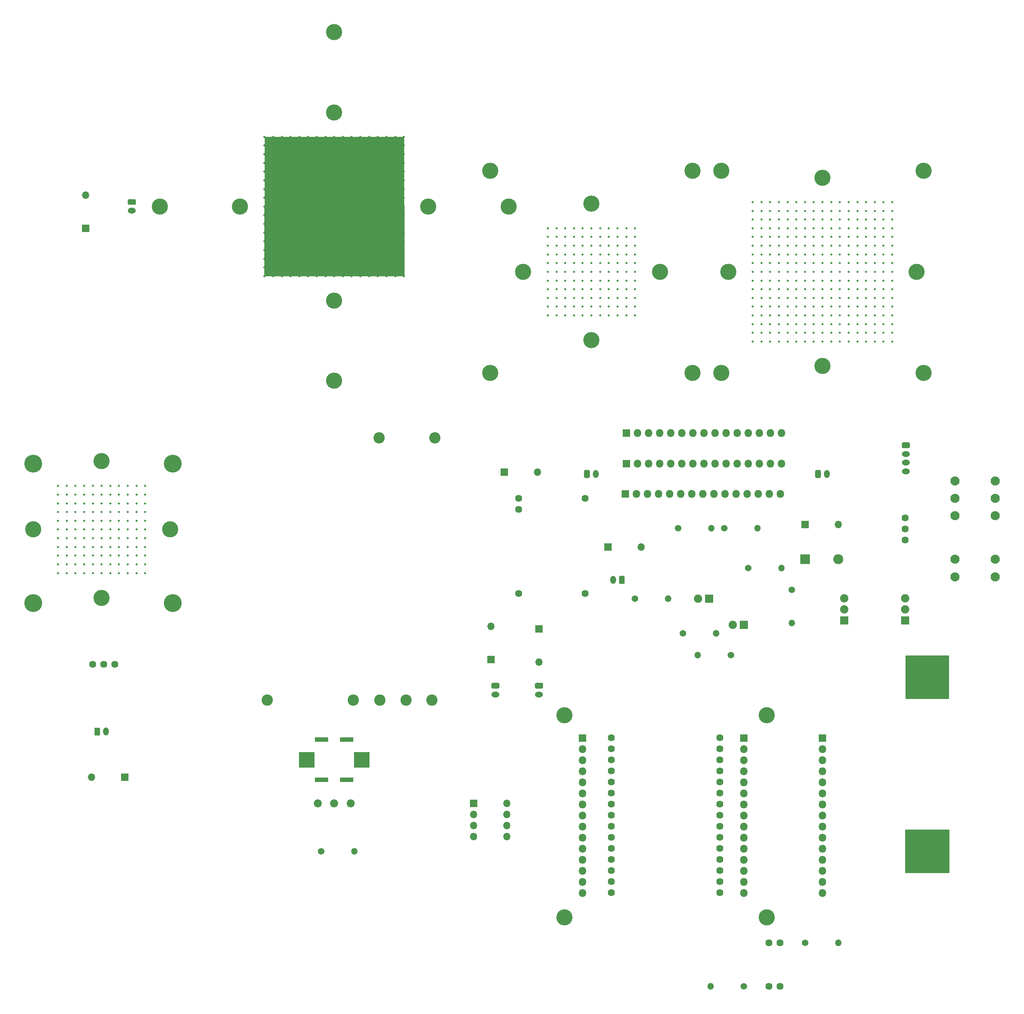
<source format=gbr>
%TF.GenerationSoftware,KiCad,Pcbnew,5.1.6-c6e7f7d~87~ubuntu19.10.1*%
%TF.CreationDate,2020-10-16T11:06:17+02:00*%
%TF.ProjectId,ariadne,61726961-646e-4652-9e6b-696361645f70,rev?*%
%TF.SameCoordinates,Original*%
%TF.FileFunction,Soldermask,Top*%
%TF.FilePolarity,Negative*%
%FSLAX46Y46*%
G04 Gerber Fmt 4.6, Leading zero omitted, Abs format (unit mm)*
G04 Created by KiCad (PCBNEW 5.1.6-c6e7f7d~87~ubuntu19.10.1) date 2020-10-16 11:06:17*
%MOMM*%
%LPD*%
G01*
G04 APERTURE LIST*
%ADD10C,3.700000*%
%ADD11O,1.300000X1.850000*%
%ADD12C,0.500000*%
%ADD13O,1.850000X1.300000*%
%ADD14C,4.100000*%
%ADD15C,1.624000*%
%ADD16R,1.900000X1.900000*%
%ADD17C,1.900000*%
%ADD18R,2.300000X2.300000*%
%ADD19O,2.300000X2.300000*%
%ADD20C,1.500000*%
%ADD21O,1.500000X1.500000*%
%ADD22R,1.700000X1.700000*%
%ADD23O,1.700000X1.700000*%
%ADD24C,2.100000*%
%ADD25C,2.600000*%
%ADD26R,1.800000X1.800000*%
%ADD27O,1.800000X1.800000*%
%ADD28C,1.850000*%
%ADD29R,3.600000X3.600000*%
%ADD30R,3.100000X1.100000*%
%ADD31C,0.254000*%
G04 APERTURE END LIST*
D10*
%TO.C,U23*%
X208193102Y-230193102D03*
X208200173Y-183813969D03*
X161806898Y-183806898D03*
X161813969Y-230200173D03*
%TD*%
%TO.C,U6*%
G36*
G01*
X219330000Y-129054168D02*
X219330000Y-127745832D01*
G75*
G02*
X219600832Y-127475000I270832J0D01*
G01*
X220359168Y-127475000D01*
G75*
G02*
X220630000Y-127745832I0J-270832D01*
G01*
X220630000Y-129054168D01*
G75*
G02*
X220359168Y-129325000I-270832J0D01*
G01*
X219600832Y-129325000D01*
G75*
G02*
X219330000Y-129054168I0J270832D01*
G01*
G37*
D11*
X221980000Y-128400000D03*
D10*
X221000000Y-103600000D03*
X221000000Y-60400000D03*
X242600000Y-82000000D03*
X199400000Y-82000000D03*
D12*
X237000000Y-68000000D03*
X237000000Y-96000000D03*
X237000000Y-92000000D03*
X237000000Y-70000000D03*
X237000000Y-80000000D03*
X237000000Y-78000000D03*
X237000000Y-90000000D03*
X237000000Y-98000000D03*
X237000000Y-66000000D03*
X237000000Y-86000000D03*
X237000000Y-82000000D03*
X237000000Y-76000000D03*
X237000000Y-84000000D03*
X237000000Y-74000000D03*
X237000000Y-72000000D03*
X237000000Y-88000000D03*
X237000000Y-94000000D03*
X227000000Y-80000000D03*
X233000000Y-76000000D03*
X231000000Y-84000000D03*
X229000000Y-88000000D03*
X225000000Y-68000000D03*
X223000000Y-98000000D03*
X221000000Y-74000000D03*
X227000000Y-74000000D03*
X227000000Y-88000000D03*
X235000000Y-76000000D03*
X231000000Y-74000000D03*
X229000000Y-96000000D03*
X221000000Y-66000000D03*
X233000000Y-74000000D03*
X231000000Y-76000000D03*
X223000000Y-88000000D03*
X227000000Y-76000000D03*
X231000000Y-90000000D03*
X233000000Y-84000000D03*
X235000000Y-96000000D03*
X235000000Y-92000000D03*
X221000000Y-76000000D03*
X231000000Y-88000000D03*
X233000000Y-82000000D03*
X235000000Y-88000000D03*
X229000000Y-76000000D03*
X223000000Y-96000000D03*
X229000000Y-90000000D03*
X233000000Y-72000000D03*
X225000000Y-72000000D03*
X233000000Y-70000000D03*
X229000000Y-94000000D03*
X227000000Y-68000000D03*
X221000000Y-90000000D03*
X233000000Y-94000000D03*
X235000000Y-66000000D03*
X229000000Y-82000000D03*
X231000000Y-98000000D03*
X233000000Y-98000000D03*
X221000000Y-82000000D03*
X221000000Y-80000000D03*
X221000000Y-98000000D03*
X227000000Y-72000000D03*
X227000000Y-70000000D03*
X225000000Y-98000000D03*
X225000000Y-96000000D03*
X223000000Y-76000000D03*
X235000000Y-74000000D03*
X223000000Y-78000000D03*
X235000000Y-82000000D03*
X233000000Y-92000000D03*
X231000000Y-70000000D03*
X223000000Y-68000000D03*
X227000000Y-66000000D03*
X231000000Y-82000000D03*
X227000000Y-84000000D03*
X229000000Y-68000000D03*
X233000000Y-96000000D03*
X221000000Y-94000000D03*
X235000000Y-70000000D03*
X231000000Y-68000000D03*
X235000000Y-86000000D03*
X223000000Y-74000000D03*
X221000000Y-92000000D03*
X223000000Y-90000000D03*
X229000000Y-98000000D03*
X227000000Y-98000000D03*
X225000000Y-80000000D03*
X231000000Y-96000000D03*
X221000000Y-96000000D03*
X231000000Y-78000000D03*
X225000000Y-70000000D03*
X233000000Y-90000000D03*
X221000000Y-72000000D03*
X223000000Y-94000000D03*
X233000000Y-80000000D03*
X235000000Y-72000000D03*
X221000000Y-86000000D03*
X223000000Y-92000000D03*
X227000000Y-96000000D03*
X225000000Y-94000000D03*
X223000000Y-66000000D03*
X235000000Y-98000000D03*
X221000000Y-78000000D03*
X223000000Y-72000000D03*
X231000000Y-94000000D03*
X229000000Y-78000000D03*
X227000000Y-90000000D03*
X225000000Y-76000000D03*
X223000000Y-82000000D03*
X225000000Y-92000000D03*
X227000000Y-92000000D03*
X231000000Y-72000000D03*
X223000000Y-86000000D03*
X231000000Y-92000000D03*
X227000000Y-82000000D03*
X231000000Y-66000000D03*
X225000000Y-74000000D03*
X223000000Y-70000000D03*
X225000000Y-86000000D03*
X225000000Y-78000000D03*
X225000000Y-90000000D03*
X225000000Y-88000000D03*
X235000000Y-84000000D03*
X235000000Y-78000000D03*
X233000000Y-68000000D03*
X229000000Y-66000000D03*
X225000000Y-84000000D03*
X229000000Y-86000000D03*
X229000000Y-80000000D03*
X235000000Y-68000000D03*
X233000000Y-86000000D03*
X235000000Y-80000000D03*
X231000000Y-86000000D03*
X229000000Y-92000000D03*
X231000000Y-80000000D03*
X227000000Y-94000000D03*
X223000000Y-80000000D03*
X229000000Y-74000000D03*
X227000000Y-78000000D03*
X225000000Y-82000000D03*
X233000000Y-78000000D03*
X235000000Y-94000000D03*
X225000000Y-66000000D03*
X221000000Y-70000000D03*
X227000000Y-86000000D03*
X235000000Y-90000000D03*
X221000000Y-68000000D03*
X229000000Y-70000000D03*
X233000000Y-88000000D03*
X223000000Y-84000000D03*
X221000000Y-88000000D03*
X229000000Y-84000000D03*
X233000000Y-66000000D03*
X229000000Y-72000000D03*
X221000000Y-84000000D03*
X219000000Y-80000000D03*
X217000000Y-68000000D03*
X215000000Y-98000000D03*
X213000000Y-74000000D03*
X219000000Y-74000000D03*
X219000000Y-88000000D03*
X213000000Y-66000000D03*
X215000000Y-88000000D03*
X219000000Y-76000000D03*
X213000000Y-76000000D03*
X215000000Y-96000000D03*
X217000000Y-72000000D03*
X219000000Y-68000000D03*
X213000000Y-90000000D03*
X213000000Y-82000000D03*
X213000000Y-80000000D03*
X213000000Y-98000000D03*
X219000000Y-72000000D03*
X219000000Y-70000000D03*
X217000000Y-98000000D03*
X217000000Y-96000000D03*
X215000000Y-76000000D03*
X215000000Y-78000000D03*
X215000000Y-68000000D03*
X219000000Y-66000000D03*
X219000000Y-84000000D03*
X213000000Y-94000000D03*
X215000000Y-74000000D03*
X213000000Y-92000000D03*
X215000000Y-90000000D03*
X219000000Y-98000000D03*
X217000000Y-80000000D03*
X213000000Y-96000000D03*
X217000000Y-70000000D03*
X213000000Y-72000000D03*
X215000000Y-94000000D03*
X213000000Y-86000000D03*
X215000000Y-92000000D03*
X219000000Y-96000000D03*
X217000000Y-94000000D03*
X215000000Y-66000000D03*
X213000000Y-78000000D03*
X215000000Y-72000000D03*
X219000000Y-90000000D03*
X217000000Y-76000000D03*
X215000000Y-82000000D03*
X217000000Y-92000000D03*
X219000000Y-92000000D03*
X215000000Y-86000000D03*
X219000000Y-82000000D03*
X217000000Y-74000000D03*
X215000000Y-70000000D03*
X217000000Y-86000000D03*
X217000000Y-78000000D03*
X217000000Y-90000000D03*
X217000000Y-88000000D03*
X217000000Y-84000000D03*
X219000000Y-94000000D03*
X215000000Y-80000000D03*
X219000000Y-78000000D03*
X217000000Y-82000000D03*
X217000000Y-66000000D03*
X213000000Y-70000000D03*
X219000000Y-86000000D03*
X213000000Y-68000000D03*
X215000000Y-84000000D03*
X213000000Y-88000000D03*
X213000000Y-84000000D03*
X211000000Y-98000000D03*
X209000000Y-74000000D03*
X209000000Y-66000000D03*
X211000000Y-88000000D03*
X209000000Y-76000000D03*
X211000000Y-96000000D03*
X209000000Y-90000000D03*
X209000000Y-82000000D03*
X209000000Y-80000000D03*
X209000000Y-98000000D03*
X211000000Y-76000000D03*
X211000000Y-78000000D03*
X211000000Y-68000000D03*
X209000000Y-94000000D03*
X211000000Y-74000000D03*
X209000000Y-92000000D03*
X211000000Y-90000000D03*
X209000000Y-96000000D03*
X209000000Y-72000000D03*
X211000000Y-94000000D03*
X209000000Y-86000000D03*
X211000000Y-92000000D03*
X211000000Y-66000000D03*
X209000000Y-78000000D03*
X211000000Y-72000000D03*
X211000000Y-82000000D03*
X211000000Y-86000000D03*
X211000000Y-70000000D03*
X211000000Y-80000000D03*
X209000000Y-70000000D03*
X209000000Y-68000000D03*
X211000000Y-84000000D03*
X209000000Y-88000000D03*
X209000000Y-84000000D03*
X207000000Y-74000000D03*
X207000000Y-76000000D03*
X207000000Y-90000000D03*
X207000000Y-82000000D03*
X207000000Y-80000000D03*
X207000000Y-98000000D03*
X207000000Y-94000000D03*
X207000000Y-92000000D03*
X207000000Y-96000000D03*
X207000000Y-72000000D03*
X207000000Y-86000000D03*
X207000000Y-78000000D03*
X207000000Y-70000000D03*
X207000000Y-68000000D03*
X207000000Y-88000000D03*
X207000000Y-84000000D03*
X207000000Y-66000000D03*
X205000000Y-66000000D03*
X205000000Y-74000000D03*
X205000000Y-82000000D03*
X205000000Y-76000000D03*
X205000000Y-72000000D03*
X205000000Y-68000000D03*
X205000000Y-78000000D03*
X205000000Y-80000000D03*
X205000000Y-70000000D03*
X205000000Y-90000000D03*
X205000000Y-84000000D03*
X205000000Y-86000000D03*
X205000000Y-88000000D03*
X205000000Y-94000000D03*
X205000000Y-92000000D03*
X205000000Y-96000000D03*
X205000000Y-98000000D03*
%TD*%
%TO.C,U12*%
G36*
G01*
X166330000Y-129054168D02*
X166330000Y-127745832D01*
G75*
G02*
X166600832Y-127475000I270832J0D01*
G01*
X167359168Y-127475000D01*
G75*
G02*
X167630000Y-127745832I0J-270832D01*
G01*
X167630000Y-129054168D01*
G75*
G02*
X167359168Y-129325000I-270832J0D01*
G01*
X166600832Y-129325000D01*
G75*
G02*
X166330000Y-129054168I0J270832D01*
G01*
G37*
D11*
X168980000Y-128400000D03*
D10*
X168000000Y-97700000D03*
X168000000Y-66300000D03*
X183700000Y-82000000D03*
X152300000Y-82000000D03*
D12*
X174000000Y-80000000D03*
X178000000Y-84000000D03*
X176000000Y-88000000D03*
X168000000Y-74000000D03*
X174000000Y-74000000D03*
X174000000Y-88000000D03*
X178000000Y-74000000D03*
X178000000Y-76000000D03*
X170000000Y-88000000D03*
X174000000Y-76000000D03*
X178000000Y-90000000D03*
X168000000Y-76000000D03*
X178000000Y-88000000D03*
X176000000Y-76000000D03*
X176000000Y-90000000D03*
X172000000Y-72000000D03*
X168000000Y-90000000D03*
X176000000Y-82000000D03*
X168000000Y-82000000D03*
X168000000Y-80000000D03*
X174000000Y-72000000D03*
X170000000Y-76000000D03*
X170000000Y-78000000D03*
X178000000Y-82000000D03*
X174000000Y-84000000D03*
X170000000Y-74000000D03*
X168000000Y-92000000D03*
X170000000Y-90000000D03*
X172000000Y-80000000D03*
X178000000Y-78000000D03*
X168000000Y-72000000D03*
X168000000Y-86000000D03*
X170000000Y-92000000D03*
X168000000Y-78000000D03*
X170000000Y-72000000D03*
X176000000Y-78000000D03*
X174000000Y-90000000D03*
X172000000Y-76000000D03*
X170000000Y-82000000D03*
X172000000Y-92000000D03*
X174000000Y-92000000D03*
X178000000Y-72000000D03*
X170000000Y-86000000D03*
X178000000Y-92000000D03*
X174000000Y-82000000D03*
X172000000Y-74000000D03*
X172000000Y-86000000D03*
X172000000Y-78000000D03*
X172000000Y-90000000D03*
X172000000Y-88000000D03*
X172000000Y-84000000D03*
X176000000Y-86000000D03*
X176000000Y-80000000D03*
X178000000Y-86000000D03*
X176000000Y-92000000D03*
X178000000Y-80000000D03*
X170000000Y-80000000D03*
X176000000Y-74000000D03*
X174000000Y-78000000D03*
X172000000Y-82000000D03*
X174000000Y-86000000D03*
X170000000Y-84000000D03*
X168000000Y-88000000D03*
X176000000Y-84000000D03*
X176000000Y-72000000D03*
X168000000Y-84000000D03*
X166000000Y-80000000D03*
X160000000Y-74000000D03*
X166000000Y-74000000D03*
X166000000Y-88000000D03*
X162000000Y-88000000D03*
X166000000Y-76000000D03*
X160000000Y-76000000D03*
X164000000Y-72000000D03*
X160000000Y-90000000D03*
X160000000Y-82000000D03*
X160000000Y-80000000D03*
X166000000Y-72000000D03*
X162000000Y-76000000D03*
X162000000Y-78000000D03*
X166000000Y-84000000D03*
X162000000Y-74000000D03*
X160000000Y-92000000D03*
X162000000Y-90000000D03*
X164000000Y-80000000D03*
X160000000Y-72000000D03*
X160000000Y-86000000D03*
X162000000Y-92000000D03*
X160000000Y-78000000D03*
X162000000Y-72000000D03*
X166000000Y-90000000D03*
X164000000Y-76000000D03*
X162000000Y-82000000D03*
X164000000Y-92000000D03*
X166000000Y-92000000D03*
X162000000Y-86000000D03*
X166000000Y-82000000D03*
X164000000Y-74000000D03*
X164000000Y-86000000D03*
X164000000Y-78000000D03*
X164000000Y-90000000D03*
X164000000Y-88000000D03*
X164000000Y-84000000D03*
X162000000Y-80000000D03*
X166000000Y-78000000D03*
X164000000Y-82000000D03*
X166000000Y-86000000D03*
X162000000Y-84000000D03*
X160000000Y-88000000D03*
X160000000Y-84000000D03*
X158000000Y-88000000D03*
X158000000Y-76000000D03*
X158000000Y-78000000D03*
X158000000Y-74000000D03*
X158000000Y-90000000D03*
X158000000Y-92000000D03*
X158000000Y-72000000D03*
X158000000Y-82000000D03*
X158000000Y-86000000D03*
X158000000Y-80000000D03*
X158000000Y-84000000D03*
%TD*%
%TO.C,U15*%
G36*
G01*
X53990001Y-188194167D02*
X53990001Y-186885831D01*
G75*
G02*
X54260833Y-186614999I270832J0D01*
G01*
X55019169Y-186614999D01*
G75*
G02*
X55290001Y-186885831I0J-270832D01*
G01*
X55290001Y-188194167D01*
G75*
G02*
X55019169Y-188464999I-270832J0D01*
G01*
X54260833Y-188464999D01*
G75*
G02*
X53990001Y-188194167I0J270832D01*
G01*
G37*
D11*
X56640001Y-187539999D03*
D10*
X55660001Y-156839999D03*
X55660001Y-125439999D03*
X71360001Y-141139999D03*
X39960001Y-141139999D03*
D12*
X61660001Y-139139999D03*
X65660001Y-143139999D03*
X63660001Y-147139999D03*
X55660001Y-133139999D03*
X61660001Y-133139999D03*
X61660001Y-147139999D03*
X65660001Y-133139999D03*
X65660001Y-135139999D03*
X57660001Y-147139999D03*
X61660001Y-135139999D03*
X65660001Y-149139999D03*
X55660001Y-135139999D03*
X65660001Y-147139999D03*
X63660001Y-135139999D03*
X63660001Y-149139999D03*
X59660001Y-131139999D03*
X55660001Y-149139999D03*
X63660001Y-141139999D03*
X55660001Y-141139999D03*
X55660001Y-139139999D03*
X61660001Y-131139999D03*
X57660001Y-135139999D03*
X57660001Y-137139999D03*
X65660001Y-141139999D03*
X61660001Y-143139999D03*
X57660001Y-133139999D03*
X55660001Y-151139999D03*
X57660001Y-149139999D03*
X59660001Y-139139999D03*
X65660001Y-137139999D03*
X55660001Y-131139999D03*
X55660001Y-145139999D03*
X57660001Y-151139999D03*
X55660001Y-137139999D03*
X57660001Y-131139999D03*
X63660001Y-137139999D03*
X61660001Y-149139999D03*
X59660001Y-135139999D03*
X57660001Y-141139999D03*
X59660001Y-151139999D03*
X61660001Y-151139999D03*
X65660001Y-131139999D03*
X57660001Y-145139999D03*
X65660001Y-151139999D03*
X61660001Y-141139999D03*
X59660001Y-133139999D03*
X59660001Y-145139999D03*
X59660001Y-137139999D03*
X59660001Y-149139999D03*
X59660001Y-147139999D03*
X59660001Y-143139999D03*
X63660001Y-145139999D03*
X63660001Y-139139999D03*
X65660001Y-145139999D03*
X63660001Y-151139999D03*
X65660001Y-139139999D03*
X57660001Y-139139999D03*
X63660001Y-133139999D03*
X61660001Y-137139999D03*
X59660001Y-141139999D03*
X61660001Y-145139999D03*
X57660001Y-143139999D03*
X55660001Y-147139999D03*
X63660001Y-143139999D03*
X63660001Y-131139999D03*
X55660001Y-143139999D03*
X53660001Y-139139999D03*
X47660001Y-133139999D03*
X53660001Y-133139999D03*
X53660001Y-147139999D03*
X49660001Y-147139999D03*
X53660001Y-135139999D03*
X47660001Y-135139999D03*
X51660001Y-131139999D03*
X47660001Y-149139999D03*
X47660001Y-141139999D03*
X47660001Y-139139999D03*
X53660001Y-131139999D03*
X49660001Y-135139999D03*
X49660001Y-137139999D03*
X53660001Y-143139999D03*
X49660001Y-133139999D03*
X47660001Y-151139999D03*
X49660001Y-149139999D03*
X51660001Y-139139999D03*
X47660001Y-131139999D03*
X47660001Y-145139999D03*
X49660001Y-151139999D03*
X47660001Y-137139999D03*
X49660001Y-131139999D03*
X53660001Y-149139999D03*
X51660001Y-135139999D03*
X49660001Y-141139999D03*
X51660001Y-151139999D03*
X53660001Y-151139999D03*
X49660001Y-145139999D03*
X53660001Y-141139999D03*
X51660001Y-133139999D03*
X51660001Y-145139999D03*
X51660001Y-137139999D03*
X51660001Y-149139999D03*
X51660001Y-147139999D03*
X51660001Y-143139999D03*
X49660001Y-139139999D03*
X53660001Y-137139999D03*
X51660001Y-141139999D03*
X53660001Y-145139999D03*
X49660001Y-143139999D03*
X47660001Y-147139999D03*
X47660001Y-143139999D03*
X45660001Y-147139999D03*
X45660001Y-135139999D03*
X45660001Y-137139999D03*
X45660001Y-133139999D03*
X45660001Y-149139999D03*
X45660001Y-151139999D03*
X45660001Y-131139999D03*
X45660001Y-141139999D03*
X45660001Y-145139999D03*
X45660001Y-139139999D03*
X45660001Y-143139999D03*
%TD*%
%TO.C,U13*%
G36*
G01*
X61945832Y-65330000D02*
X63254168Y-65330000D01*
G75*
G02*
X63525000Y-65600832I0J-270832D01*
G01*
X63525000Y-66359168D01*
G75*
G02*
X63254168Y-66630000I-270832J0D01*
G01*
X61945832Y-66630000D01*
G75*
G02*
X61675000Y-66359168I0J270832D01*
G01*
X61675000Y-65600832D01*
G75*
G02*
X61945832Y-65330000I270832J0D01*
G01*
G37*
D13*
X62600000Y-67980000D03*
D10*
X87400000Y-67000000D03*
X130600000Y-67000000D03*
X109000000Y-88600000D03*
X109000000Y-45400000D03*
D12*
X123000000Y-83000000D03*
X95000000Y-83000000D03*
X99000000Y-83000000D03*
X121000000Y-83000000D03*
X111000000Y-83000000D03*
X113000000Y-83000000D03*
X101000000Y-83000000D03*
X93000000Y-83000000D03*
X125000000Y-83000000D03*
X105000000Y-83000000D03*
X109000000Y-83000000D03*
X115000000Y-83000000D03*
X107000000Y-83000000D03*
X117000000Y-83000000D03*
X119000000Y-83000000D03*
X103000000Y-83000000D03*
X97000000Y-83000000D03*
X111000000Y-73000000D03*
X115000000Y-79000000D03*
X107000000Y-77000000D03*
X103000000Y-75000000D03*
X123000000Y-71000000D03*
X93000000Y-69000000D03*
X117000000Y-67000000D03*
X117000000Y-73000000D03*
X103000000Y-73000000D03*
X115000000Y-81000000D03*
X117000000Y-77000000D03*
X95000000Y-75000000D03*
X125000000Y-67000000D03*
X117000000Y-79000000D03*
X115000000Y-77000000D03*
X103000000Y-69000000D03*
X115000000Y-73000000D03*
X101000000Y-77000000D03*
X107000000Y-79000000D03*
X95000000Y-81000000D03*
X99000000Y-81000000D03*
X115000000Y-67000000D03*
X103000000Y-77000000D03*
X109000000Y-79000000D03*
X103000000Y-81000000D03*
X115000000Y-75000000D03*
X95000000Y-69000000D03*
X101000000Y-75000000D03*
X119000000Y-79000000D03*
X119000000Y-71000000D03*
X121000000Y-79000000D03*
X97000000Y-75000000D03*
X123000000Y-73000000D03*
X101000000Y-67000000D03*
X97000000Y-79000000D03*
X125000000Y-81000000D03*
X109000000Y-75000000D03*
X93000000Y-77000000D03*
X93000000Y-79000000D03*
X109000000Y-67000000D03*
X111000000Y-67000000D03*
X93000000Y-67000000D03*
X119000000Y-73000000D03*
X121000000Y-73000000D03*
X93000000Y-71000000D03*
X95000000Y-71000000D03*
X115000000Y-69000000D03*
X117000000Y-81000000D03*
X113000000Y-69000000D03*
X109000000Y-81000000D03*
X99000000Y-79000000D03*
X121000000Y-77000000D03*
X123000000Y-69000000D03*
X125000000Y-73000000D03*
X109000000Y-77000000D03*
X107000000Y-73000000D03*
X123000000Y-75000000D03*
X95000000Y-79000000D03*
X97000000Y-67000000D03*
X121000000Y-81000000D03*
X123000000Y-77000000D03*
X105000000Y-81000000D03*
X117000000Y-69000000D03*
X99000000Y-67000000D03*
X101000000Y-69000000D03*
X93000000Y-75000000D03*
X93000000Y-73000000D03*
X111000000Y-71000000D03*
X95000000Y-77000000D03*
X95000000Y-67000000D03*
X113000000Y-77000000D03*
X121000000Y-71000000D03*
X101000000Y-79000000D03*
X119000000Y-67000000D03*
X97000000Y-69000000D03*
X111000000Y-79000000D03*
X119000000Y-81000000D03*
X105000000Y-67000000D03*
X99000000Y-69000000D03*
X95000000Y-73000000D03*
X97000000Y-71000000D03*
X125000000Y-69000000D03*
X93000000Y-81000000D03*
X113000000Y-67000000D03*
X119000000Y-69000000D03*
X97000000Y-77000000D03*
X113000000Y-75000000D03*
X101000000Y-73000000D03*
X115000000Y-71000000D03*
X109000000Y-69000000D03*
X99000000Y-71000000D03*
X99000000Y-73000000D03*
X119000000Y-77000000D03*
X105000000Y-69000000D03*
X99000000Y-77000000D03*
X109000000Y-73000000D03*
X125000000Y-77000000D03*
X117000000Y-71000000D03*
X121000000Y-69000000D03*
X105000000Y-71000000D03*
X113000000Y-71000000D03*
X101000000Y-71000000D03*
X103000000Y-71000000D03*
X107000000Y-81000000D03*
X113000000Y-81000000D03*
X123000000Y-79000000D03*
X125000000Y-75000000D03*
X107000000Y-71000000D03*
X105000000Y-75000000D03*
X111000000Y-75000000D03*
X123000000Y-81000000D03*
X105000000Y-79000000D03*
X111000000Y-81000000D03*
X105000000Y-77000000D03*
X99000000Y-75000000D03*
X111000000Y-77000000D03*
X97000000Y-73000000D03*
X111000000Y-69000000D03*
X117000000Y-75000000D03*
X113000000Y-73000000D03*
X109000000Y-71000000D03*
X113000000Y-79000000D03*
X97000000Y-81000000D03*
X125000000Y-71000000D03*
X121000000Y-67000000D03*
X105000000Y-73000000D03*
X101000000Y-81000000D03*
X123000000Y-67000000D03*
X121000000Y-75000000D03*
X103000000Y-79000000D03*
X107000000Y-69000000D03*
X103000000Y-67000000D03*
X107000000Y-75000000D03*
X125000000Y-79000000D03*
X119000000Y-75000000D03*
X107000000Y-67000000D03*
X111000000Y-65000000D03*
X123000000Y-63000000D03*
X93000000Y-61000000D03*
X117000000Y-59000000D03*
X117000000Y-65000000D03*
X103000000Y-65000000D03*
X125000000Y-59000000D03*
X103000000Y-61000000D03*
X115000000Y-65000000D03*
X115000000Y-59000000D03*
X95000000Y-61000000D03*
X119000000Y-63000000D03*
X123000000Y-65000000D03*
X101000000Y-59000000D03*
X109000000Y-59000000D03*
X111000000Y-59000000D03*
X93000000Y-59000000D03*
X119000000Y-65000000D03*
X121000000Y-65000000D03*
X93000000Y-63000000D03*
X95000000Y-63000000D03*
X115000000Y-61000000D03*
X113000000Y-61000000D03*
X123000000Y-61000000D03*
X125000000Y-65000000D03*
X107000000Y-65000000D03*
X97000000Y-59000000D03*
X117000000Y-61000000D03*
X99000000Y-59000000D03*
X101000000Y-61000000D03*
X93000000Y-65000000D03*
X111000000Y-63000000D03*
X95000000Y-59000000D03*
X121000000Y-63000000D03*
X119000000Y-59000000D03*
X97000000Y-61000000D03*
X105000000Y-59000000D03*
X99000000Y-61000000D03*
X95000000Y-65000000D03*
X97000000Y-63000000D03*
X125000000Y-61000000D03*
X113000000Y-59000000D03*
X119000000Y-61000000D03*
X101000000Y-65000000D03*
X115000000Y-63000000D03*
X109000000Y-61000000D03*
X99000000Y-63000000D03*
X99000000Y-65000000D03*
X105000000Y-61000000D03*
X109000000Y-65000000D03*
X117000000Y-63000000D03*
X121000000Y-61000000D03*
X105000000Y-63000000D03*
X113000000Y-63000000D03*
X101000000Y-63000000D03*
X103000000Y-63000000D03*
X107000000Y-63000000D03*
X97000000Y-65000000D03*
X111000000Y-61000000D03*
X113000000Y-65000000D03*
X109000000Y-63000000D03*
X125000000Y-63000000D03*
X121000000Y-59000000D03*
X105000000Y-65000000D03*
X123000000Y-59000000D03*
X107000000Y-61000000D03*
X103000000Y-59000000D03*
X107000000Y-59000000D03*
X93000000Y-57000000D03*
X117000000Y-55000000D03*
X125000000Y-55000000D03*
X103000000Y-57000000D03*
X115000000Y-55000000D03*
X95000000Y-57000000D03*
X101000000Y-55000000D03*
X109000000Y-55000000D03*
X111000000Y-55000000D03*
X93000000Y-55000000D03*
X115000000Y-57000000D03*
X113000000Y-57000000D03*
X123000000Y-57000000D03*
X97000000Y-55000000D03*
X117000000Y-57000000D03*
X99000000Y-55000000D03*
X101000000Y-57000000D03*
X95000000Y-55000000D03*
X119000000Y-55000000D03*
X97000000Y-57000000D03*
X105000000Y-55000000D03*
X99000000Y-57000000D03*
X125000000Y-57000000D03*
X113000000Y-55000000D03*
X119000000Y-57000000D03*
X109000000Y-57000000D03*
X105000000Y-57000000D03*
X121000000Y-57000000D03*
X111000000Y-57000000D03*
X121000000Y-55000000D03*
X123000000Y-55000000D03*
X107000000Y-57000000D03*
X103000000Y-55000000D03*
X107000000Y-55000000D03*
X117000000Y-53000000D03*
X115000000Y-53000000D03*
X101000000Y-53000000D03*
X109000000Y-53000000D03*
X111000000Y-53000000D03*
X93000000Y-53000000D03*
X97000000Y-53000000D03*
X99000000Y-53000000D03*
X95000000Y-53000000D03*
X119000000Y-53000000D03*
X105000000Y-53000000D03*
X113000000Y-53000000D03*
X121000000Y-53000000D03*
X123000000Y-53000000D03*
X103000000Y-53000000D03*
X107000000Y-53000000D03*
X125000000Y-53000000D03*
X125000000Y-51000000D03*
X117000000Y-51000000D03*
X109000000Y-51000000D03*
X115000000Y-51000000D03*
X119000000Y-51000000D03*
X123000000Y-51000000D03*
X113000000Y-51000000D03*
X111000000Y-51000000D03*
X121000000Y-51000000D03*
X101000000Y-51000000D03*
X107000000Y-51000000D03*
X105000000Y-51000000D03*
X103000000Y-51000000D03*
X97000000Y-51000000D03*
X99000000Y-51000000D03*
X95000000Y-51000000D03*
X93000000Y-51000000D03*
%TD*%
D14*
%TO.C,U18*%
X40000000Y-126000000D03*
X40000000Y-158000000D03*
X72000000Y-158000000D03*
X72000000Y-126000000D03*
D15*
X58730000Y-172048000D03*
X56190000Y-172048000D03*
X53650000Y-172048000D03*
%TD*%
D10*
%TO.C,U22*%
X108990000Y-107000000D03*
X68990000Y-67000000D03*
X108990000Y-27000000D03*
X148990000Y-67000000D03*
X108990000Y-45410000D03*
X130580000Y-67000000D03*
X108990000Y-88590000D03*
X87400000Y-67000000D03*
%TD*%
%TO.C,U19*%
X191186031Y-58799827D03*
X191193102Y-105193102D03*
X144799827Y-105186031D03*
X144806898Y-58806898D03*
%TD*%
%TO.C,U27*%
X197806898Y-58806898D03*
X197799827Y-105186031D03*
X244193102Y-105193102D03*
X244186031Y-58799827D03*
%TD*%
D16*
%TO.C,D1*%
X203000000Y-163000000D03*
D17*
X200460000Y-163000000D03*
%TD*%
D18*
%TO.C,D2*%
X217000000Y-148000000D03*
D19*
X224620000Y-148000000D03*
%TD*%
D17*
%TO.C,D3*%
X192460000Y-157000000D03*
D16*
X195000000Y-157000000D03*
%TD*%
D20*
%TO.C,R1*%
X214000000Y-155000000D03*
D21*
X214000000Y-162620000D03*
%TD*%
D20*
%TO.C,R2*%
X178000000Y-157000000D03*
D21*
X185620000Y-157000000D03*
%TD*%
D20*
%TO.C,R3*%
X204000000Y-150000000D03*
D21*
X211620000Y-150000000D03*
%TD*%
%TO.C,R4*%
X206105001Y-140815001D03*
D20*
X198485001Y-140815001D03*
%TD*%
%TO.C,R5*%
X187915001Y-140815001D03*
D21*
X195535001Y-140815001D03*
%TD*%
%TO.C,R6*%
X113620000Y-215000000D03*
D20*
X106000000Y-215000000D03*
%TD*%
D21*
%TO.C,R7*%
X195380000Y-246000000D03*
D20*
X203000000Y-246000000D03*
%TD*%
D21*
%TO.C,R8*%
X224620000Y-236000000D03*
D20*
X217000000Y-236000000D03*
%TD*%
D21*
%TO.C,R9*%
X192380000Y-170000000D03*
D20*
X200000000Y-170000000D03*
%TD*%
%TO.C,R10*%
X189000000Y-165000000D03*
D21*
X196620000Y-165000000D03*
%TD*%
D22*
%TO.C,SW1*%
X217000000Y-140000000D03*
D23*
X224620000Y-140000000D03*
%TD*%
%TO.C,SW2*%
X179420000Y-145200000D03*
D22*
X171800000Y-145200000D03*
%TD*%
%TO.C,SW3*%
X156000000Y-164000000D03*
D23*
X156000000Y-171620000D03*
%TD*%
D22*
%TO.C,SW4*%
X148000000Y-128000000D03*
D23*
X155620000Y-128000000D03*
%TD*%
D22*
%TO.C,SW5*%
X52000000Y-72000000D03*
D23*
X52000000Y-64380000D03*
%TD*%
%TO.C,SW6*%
X145000000Y-163380000D03*
D22*
X145000000Y-171000000D03*
%TD*%
D23*
%TO.C,SW7*%
X53380000Y-198000000D03*
D22*
X61000000Y-198000000D03*
%TD*%
D15*
%TO.C,SW8*%
X208730000Y-246000000D03*
X211270000Y-246000000D03*
%TD*%
%TO.C,SW9*%
X208730000Y-236000000D03*
X211270000Y-236000000D03*
%TD*%
D24*
%TO.C,U1*%
X260600000Y-152000000D03*
X260600000Y-148000000D03*
X251400000Y-152000000D03*
X251400000Y-148000000D03*
%TD*%
%TO.C,U2*%
G36*
G01*
X145345832Y-176350000D02*
X146654168Y-176350000D01*
G75*
G02*
X146925000Y-176620832I0J-270832D01*
G01*
X146925000Y-177379168D01*
G75*
G02*
X146654168Y-177650000I-270832J0D01*
G01*
X145345832Y-177650000D01*
G75*
G02*
X145075000Y-177379168I0J270832D01*
G01*
X145075000Y-176620832D01*
G75*
G02*
X145345832Y-176350000I270832J0D01*
G01*
G37*
D13*
X146000000Y-179000000D03*
%TD*%
D17*
%TO.C,U3*%
X240000000Y-156920000D03*
X240000000Y-159460000D03*
D16*
X240000000Y-162000000D03*
%TD*%
D22*
%TO.C,U4*%
X141000000Y-204000000D03*
D23*
X148620000Y-211620000D03*
X141000000Y-206540000D03*
X148620000Y-209080000D03*
X141000000Y-209080000D03*
X148620000Y-206540000D03*
X141000000Y-211620000D03*
X148620000Y-204000000D03*
%TD*%
D15*
%TO.C,U5*%
X172554000Y-188966000D03*
X172554000Y-191506000D03*
X172554000Y-194046000D03*
X172554000Y-196586000D03*
X172554000Y-199126000D03*
X172554000Y-201666000D03*
X172554000Y-204206000D03*
X172554000Y-206746000D03*
X172554000Y-209286000D03*
X172554000Y-211826000D03*
X172554000Y-214366000D03*
X172554000Y-216906000D03*
X172554000Y-219446000D03*
X172554000Y-221986000D03*
X172554000Y-221986000D03*
X172554000Y-224526000D03*
X197446000Y-224526000D03*
X197446000Y-221986000D03*
X197446000Y-219446000D03*
X197446000Y-216906000D03*
X197446000Y-214366000D03*
X197446000Y-211826000D03*
X197446000Y-209286000D03*
X197446000Y-206746000D03*
X197446000Y-204206000D03*
X197446000Y-201666000D03*
X197446000Y-199126000D03*
X197446000Y-196586000D03*
X197446000Y-194046000D03*
X197446000Y-191506000D03*
X197446000Y-188966000D03*
%TD*%
D16*
%TO.C,U7*%
X226000000Y-162000000D03*
D17*
X226000000Y-159460000D03*
X226000000Y-156920000D03*
%TD*%
%TO.C,U8*%
G36*
G01*
X175650000Y-152045832D02*
X175650000Y-153354168D01*
G75*
G02*
X175379168Y-153625000I-270832J0D01*
G01*
X174620832Y-153625000D01*
G75*
G02*
X174350000Y-153354168I0J270832D01*
G01*
X174350000Y-152045832D01*
G75*
G02*
X174620832Y-151775000I270832J0D01*
G01*
X175379168Y-151775000D01*
G75*
G02*
X175650000Y-152045832I0J-270832D01*
G01*
G37*
D11*
X173000000Y-152700000D03*
%TD*%
D13*
%TO.C,U9*%
X156000000Y-179000000D03*
G36*
G01*
X155345832Y-176350000D02*
X156654168Y-176350000D01*
G75*
G02*
X156925000Y-176620832I0J-270832D01*
G01*
X156925000Y-177379168D01*
G75*
G02*
X156654168Y-177650000I-270832J0D01*
G01*
X155345832Y-177650000D01*
G75*
G02*
X155075000Y-177379168I0J270832D01*
G01*
X155075000Y-176620832D01*
G75*
G02*
X155345832Y-176350000I270832J0D01*
G01*
G37*
%TD*%
D24*
%TO.C,U10*%
X260600000Y-138000000D03*
X260600000Y-130000000D03*
X251400000Y-138000000D03*
X251400000Y-130000000D03*
X260600000Y-134000000D03*
X251400000Y-134000000D03*
%TD*%
D25*
%TO.C,U11*%
X131450000Y-180300000D03*
X125450000Y-180300000D03*
X119450000Y-180300000D03*
X113400000Y-180300000D03*
X93650000Y-180300000D03*
X132100000Y-120100000D03*
X119350000Y-120100000D03*
%TD*%
D15*
%TO.C,U14*%
X151275000Y-134000000D03*
X166575000Y-134000000D03*
X151275000Y-136500000D03*
X166550000Y-155825000D03*
X151325000Y-155800000D03*
%TD*%
D26*
%TO.C,U16*%
X166000000Y-189000000D03*
D27*
X166000000Y-191540000D03*
X166000000Y-194080000D03*
X166000000Y-196620000D03*
X166000000Y-199160000D03*
X166000000Y-201700000D03*
X166000000Y-204240000D03*
X166000000Y-206780000D03*
X166000000Y-209320000D03*
X166000000Y-211860000D03*
X166000000Y-214400000D03*
X166000000Y-216940000D03*
X166000000Y-219480000D03*
X166000000Y-222020000D03*
X166000000Y-224560000D03*
%TD*%
D28*
%TO.C,U17*%
X105250000Y-204000000D03*
X109000000Y-204000000D03*
X112750000Y-204000000D03*
D29*
X115300000Y-194000000D03*
X102700000Y-194000000D03*
D30*
X111900000Y-189400000D03*
X106100000Y-189400000D03*
X106100000Y-198600000D03*
X111900000Y-198600000D03*
%TD*%
D27*
%TO.C,U20*%
X203000000Y-224560000D03*
X203000000Y-222020000D03*
X203000000Y-219480000D03*
X203000000Y-216940000D03*
X203000000Y-214400000D03*
X203000000Y-211860000D03*
X203000000Y-209320000D03*
X203000000Y-206780000D03*
X203000000Y-204240000D03*
X203000000Y-201700000D03*
X203000000Y-199160000D03*
X203000000Y-196620000D03*
X203000000Y-194080000D03*
X203000000Y-191540000D03*
D26*
X203000000Y-189000000D03*
%TD*%
D27*
%TO.C,U21*%
X221000000Y-224560000D03*
X221000000Y-222020000D03*
X221000000Y-219480000D03*
X221000000Y-216940000D03*
X221000000Y-214400000D03*
X221000000Y-211860000D03*
X221000000Y-209320000D03*
X221000000Y-206780000D03*
X221000000Y-204240000D03*
X221000000Y-201700000D03*
X221000000Y-199160000D03*
X221000000Y-196620000D03*
X221000000Y-194080000D03*
X221000000Y-191540000D03*
D26*
X221000000Y-189000000D03*
%TD*%
%TO.C,U24*%
X176000000Y-119000000D03*
D27*
X178540000Y-119000000D03*
X181080000Y-119000000D03*
X183620000Y-119000000D03*
X186160000Y-119000000D03*
X188700000Y-119000000D03*
X191240000Y-119000000D03*
X193780000Y-119000000D03*
X196320000Y-119000000D03*
X198860000Y-119000000D03*
X201400000Y-119000000D03*
X203940000Y-119000000D03*
X206480000Y-119000000D03*
X209020000Y-119000000D03*
X211560000Y-119000000D03*
%TD*%
%TO.C,U25*%
X211320000Y-133000000D03*
X208780000Y-133000000D03*
X206240000Y-133000000D03*
X203700000Y-133000000D03*
X201160000Y-133000000D03*
X198620000Y-133000000D03*
X196080000Y-133000000D03*
X193540000Y-133000000D03*
X191000000Y-133000000D03*
X188460000Y-133000000D03*
X185920000Y-133000000D03*
X183380000Y-133000000D03*
X180840000Y-133000000D03*
X178300000Y-133000000D03*
D26*
X175760000Y-133000000D03*
%TD*%
%TO.C,U26*%
X176000000Y-126000000D03*
D27*
X178540000Y-126000000D03*
X181080000Y-126000000D03*
X183620000Y-126000000D03*
X186160000Y-126000000D03*
X188700000Y-126000000D03*
X191240000Y-126000000D03*
X193780000Y-126000000D03*
X196320000Y-126000000D03*
X198860000Y-126000000D03*
X201400000Y-126000000D03*
X203940000Y-126000000D03*
X206480000Y-126000000D03*
X209020000Y-126000000D03*
X211560000Y-126000000D03*
%TD*%
D15*
%TO.C,Q1*%
X240000000Y-143540000D03*
X240000000Y-141000000D03*
X240000000Y-138460000D03*
%TD*%
%TO.C,U28*%
G36*
G01*
X239445832Y-121150000D02*
X240754168Y-121150000D01*
G75*
G02*
X241025000Y-121420832I0J-270832D01*
G01*
X241025000Y-122179168D01*
G75*
G02*
X240754168Y-122450000I-270832J0D01*
G01*
X239445832Y-122450000D01*
G75*
G02*
X239175000Y-122179168I0J270832D01*
G01*
X239175000Y-121420832D01*
G75*
G02*
X239445832Y-121150000I270832J0D01*
G01*
G37*
D13*
X240100000Y-123800000D03*
X240100000Y-125800000D03*
X240100000Y-127800000D03*
%TD*%
D31*
G36*
X124972603Y-82873000D02*
G01*
X93027397Y-82873000D01*
X93126603Y-51127000D01*
X124873397Y-51127000D01*
X124972603Y-82873000D01*
G37*
X124972603Y-82873000D02*
X93027397Y-82873000D01*
X93126603Y-51127000D01*
X124873397Y-51127000D01*
X124972603Y-82873000D01*
G36*
X249873000Y-179873000D02*
G01*
X240127000Y-179873000D01*
X240127000Y-170127000D01*
X249873000Y-170127000D01*
X249873000Y-179873000D01*
G37*
X249873000Y-179873000D02*
X240127000Y-179873000D01*
X240127000Y-170127000D01*
X249873000Y-170127000D01*
X249873000Y-179873000D01*
G36*
X249973000Y-219873000D02*
G01*
X240027000Y-219873000D01*
X240027000Y-210127000D01*
X249973000Y-210127000D01*
X249973000Y-219873000D01*
G37*
X249973000Y-219873000D02*
X240027000Y-219873000D01*
X240027000Y-210127000D01*
X249973000Y-210127000D01*
X249973000Y-219873000D01*
M02*

</source>
